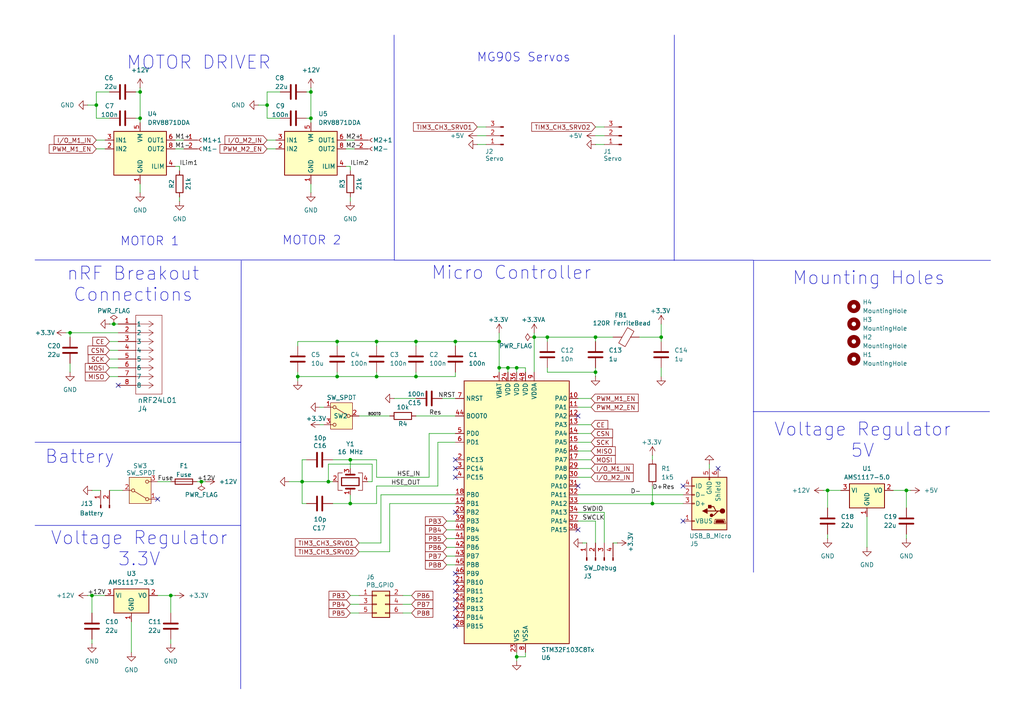
<source format=kicad_sch>
(kicad_sch (version 20250114) (generator "eeschema") (generator_version "9.0")
  (paper "A4")
  (text "MOTOR 1" (at 43.434 70.104 0) (effects (font (size 2.54 2.54))))
  (text "MOTOR DRIVER" (at 57.658 18.288 0) (effects (font (size 3.81 3.81))))
  (text "Voltage Regulator\n5V" (at 250.19 127.762 0) (effects (font (size 3.81 3.81))))
  (text "Mounting Holes" (at 251.968 80.772 0) (effects (font (size 3.81 3.81))))
  (text "MOTOR 2" (at 90.424 69.85 0) (effects (font (size 2.54 2.54))))
  (text "nRF Breakout\nConnections" (at 38.608 82.55 0) (effects (font (size 3.81 3.81))))
  (text "MG90S Servos" (at 151.892 16.764 0) (effects (font (size 2.54 2.54))))
  (text "Battery" (at 23.114 132.588 0) (effects (font (size 3.81 3.81))))
  (text "Voltage Regulator\n3.3V" (at 40.386 159.258 0) (effects (font (size 3.81 3.81))))
  (text "Micro Controller" (at 148.336 79.248 0) (effects (font (size 3.81 3.81))))
  (junction (at 95.25 139.7))
  (junction (at 97.79 109.22))
  (junction (at 86.36 109.22))
  (junction (at 101.6 146.05))
  (junction (at 40.64 26.67))
  (junction (at 144.78 106.68))
  (junction (at 77.47 30.48))
  (junction (at 26.67 172.72))
  (junction (at 172.72 97.79))
  (junction (at 158.75 97.79))
  (junction (at 97.79 99.06))
  (junction (at 120.65 99.06))
  (junction (at 132.08 99.06))
  (junction (at 189.23 146.05))
  (junction (at 120.65 109.22))
  (junction (at 109.22 99.06))
  (junction (at 262.89 142.24))
  (junction (at 240.03 142.24))
  (junction (at 147.32 106.68))
  (junction (at 101.6 133.35))
  (junction (at 144.78 99.06))
  (junction (at 149.86 190.5))
  (junction (at 27.94 30.48))
  (junction (at 154.94 97.79))
  (junction (at 90.17 26.67))
  (junction (at 33.02 93.98))
  (junction (at 40.64 34.29))
  (junction (at 149.86 106.68))
  (junction (at 49.53 172.72))
  (junction (at 87.63 139.7))
  (junction (at 20.32 96.52))
  (junction (at 90.17 34.29))
  (junction (at 172.72 107.95))
  (junction (at 58.42 139.7))
  (junction (at 191.77 97.79))
  (junction (at 109.22 109.22))
  (no_connect (at 132.08 181.61))
  (no_connect (at 198.12 151.13))
  (no_connect (at 132.08 133.35))
  (no_connect (at 132.08 138.43))
  (no_connect (at 132.08 148.59))
  (no_connect (at 208.28 135.89))
  (no_connect (at 167.64 153.67))
  (no_connect (at 132.08 171.45))
  (no_connect (at 198.12 140.97))
  (no_connect (at 132.08 168.91))
  (no_connect (at 132.08 166.37))
  (no_connect (at 132.08 176.53))
  (no_connect (at 132.08 135.89))
  (no_connect (at 167.64 120.65))
  (no_connect (at 132.08 173.99))
  (no_connect (at 45.72 144.78))
  (no_connect (at 132.08 179.07))
  (no_connect (at 34.29 111.76))
  (no_connect (at 167.64 140.97))
  (wire (pts (xy 77.47 43.18) (xy 80.01 43.18)))
  (wire (pts (xy 31.75 93.98) (xy 33.02 93.98)))
  (polyline (pts (xy 69.85 128.27) (xy 69.9545 75.5996)))
  (wire (pts (xy 39.37 26.67) (xy 40.64 26.67)))
  (wire (pts (xy 113.03 120.65) (xy 104.14 120.65)))
  (wire (pts (xy 25.4 172.72) (xy 26.67 172.72)))
  (wire (pts (xy 167.64 146.05) (xy 189.23 146.05)))
  (wire (pts (xy 189.23 146.05) (xy 198.12 146.05)))
  (wire (pts (xy 26.67 142.24) (xy 29.21 142.24)))
  (wire (pts (xy 172.72 151.13) (xy 172.72 157.48)))
  (wire (pts (xy 132.08 99.06) (xy 144.78 99.06)))
  (polyline (pts (xy 10.16 75.4031) (xy 114.3626 75.4031)))
  (wire (pts (xy 26.67 172.72) (xy 26.67 177.8)))
  (wire (pts (xy 107.95 134.62) (xy 95.25 134.62)))
  (wire (pts (xy 109.22 133.35) (xy 101.6 133.35)))
  (wire (pts (xy 259.08 142.24) (xy 262.89 142.24)))
  (polyline (pts (xy 218.7261 75.5117) (xy 287.3061 75.5117)))
  (wire (pts (xy 167.64 115.57) (xy 171.45 115.57)))
  (wire (pts (xy 27.94 34.29) (xy 31.75 34.29)))
  (wire (pts (xy 50.8 48.26) (xy 52.07 48.26)))
  (wire (pts (xy 167.64 118.11) (xy 171.45 118.11)))
  (wire (pts (xy 109.22 146.05) (xy 109.22 140.97)))
  (wire (pts (xy 39.37 34.29) (xy 40.64 34.29)))
  (polyline (pts (xy 10.16 128.27) (xy 69.85 128.27)))
  (wire (pts (xy 167.64 135.89) (xy 171.45 135.89)))
  (wire (pts (xy 149.86 106.68) (xy 149.86 107.95)))
  (wire (pts (xy 167.64 130.81) (xy 171.45 130.81)))
  (wire (pts (xy 20.32 105.41) (xy 20.32 107.95)))
  (wire (pts (xy 240.03 156.21) (xy 240.03 154.94)))
  (wire (pts (xy 31.75 99.06) (xy 34.29 99.06)))
  (wire (pts (xy 92.71 123.19) (xy 93.98 123.19)))
  (wire (pts (xy 172.72 39.37) (xy 175.26 39.37)))
  (wire (pts (xy 27.94 26.67) (xy 27.94 30.48)))
  (wire (pts (xy 109.22 99.06) (xy 120.65 99.06)))
  (wire (pts (xy 77.47 40.64) (xy 80.01 40.64)))
  (wire (pts (xy 109.22 138.43) (xy 124.46 138.43)))
  (wire (pts (xy 49.53 186.69) (xy 49.53 185.42)))
  (wire (pts (xy 172.72 41.91) (xy 175.26 41.91)))
  (polyline (pts (xy 69.814 199.7826) (xy 69.85 128.27)))
  (wire (pts (xy 185.42 97.79) (xy 191.77 97.79)))
  (wire (pts (xy 109.22 138.43) (xy 109.22 133.35)))
  (wire (pts (xy 101.6 57.15) (xy 101.6 58.42)))
  (wire (pts (xy 87.63 139.7) (xy 95.25 139.7)))
  (wire (pts (xy 101.6 48.26) (xy 101.6 49.53)))
  (wire (pts (xy 149.86 190.5) (xy 149.86 191.77)))
  (wire (pts (xy 119.38 177.8) (xy 116.84 177.8)))
  (wire (pts (xy 120.65 109.22) (xy 109.22 109.22)))
  (wire (pts (xy 205.74 134.62) (xy 205.74 135.89)))
  (wire (pts (xy 152.4 189.23) (xy 152.4 190.5)))
  (wire (pts (xy 83.82 139.7) (xy 87.63 139.7)))
  (wire (pts (xy 262.89 156.21) (xy 262.89 154.94)))
  (wire (pts (xy 127 140.97) (xy 127 128.27)))
  (wire (pts (xy 58.42 139.7) (xy 57.15 139.7)))
  (wire (pts (xy 97.79 107.95) (xy 97.79 109.22)))
  (wire (pts (xy 167.64 125.73) (xy 171.45 125.73)))
  (wire (pts (xy 240.03 142.24) (xy 243.84 142.24)))
  (wire (pts (xy 74.93 30.48) (xy 77.47 30.48)))
  (wire (pts (xy 77.47 26.67) (xy 81.28 26.67)))
  (wire (pts (xy 40.64 26.67) (xy 40.64 34.29)))
  (wire (pts (xy 26.67 172.72) (xy 30.48 172.72)))
  (wire (pts (xy 87.63 133.35) (xy 88.9 133.35)))
  (wire (pts (xy 97.79 99.06) (xy 109.22 99.06)))
  (wire (pts (xy 101.6 143.51) (xy 101.6 146.05)))
  (wire (pts (xy 52.07 57.15) (xy 52.07 58.42)))
  (wire (pts (xy 31.75 101.6) (xy 34.29 101.6)))
  (wire (pts (xy 53.34 40.64) (xy 50.8 40.64)))
  (wire (pts (xy 158.75 106.68) (xy 158.75 107.95)))
  (wire (pts (xy 77.47 30.48) (xy 77.47 34.29)))
  (wire (pts (xy 132.08 107.95) (xy 132.08 109.22)))
  (polyline (pts (xy 10.16 152.4) (xy 69.85 152.4)))
  (wire (pts (xy 154.94 97.79) (xy 154.94 107.95)))
  (wire (pts (xy 149.86 106.68) (xy 152.4 106.68)))
  (wire (pts (xy 86.36 107.95) (xy 86.36 109.22)))
  (wire (pts (xy 238.76 142.24) (xy 240.03 142.24)))
  (wire (pts (xy 20.32 96.52) (xy 34.29 96.52)))
  (wire (pts (xy 92.71 118.11) (xy 93.98 118.11)))
  (wire (pts (xy 86.36 99.06) (xy 97.79 99.06)))
  (wire (pts (xy 191.77 106.68) (xy 191.77 109.22)))
  (wire (pts (xy 191.77 93.98) (xy 191.77 97.79)))
  (wire (pts (xy 189.23 132.08) (xy 189.23 133.35)))
  (wire (pts (xy 129.54 156.21) (xy 132.08 156.21)))
  (polyline (pts (xy 195.546 75.5741) (xy 195.58 10.16)))
  (wire (pts (xy 264.16 142.24) (xy 262.89 142.24)))
  (wire (pts (xy 86.36 109.22) (xy 86.36 110.49)))
  (wire (pts (xy 120.65 99.06) (xy 120.65 100.33)))
  (wire (pts (xy 86.36 100.33) (xy 86.36 99.06)))
  (wire (pts (xy 27.94 30.48) (xy 27.94 34.29)))
  (wire (pts (xy 147.32 106.68) (xy 147.32 107.95)))
  (wire (pts (xy 132.08 143.51) (xy 110.49 143.51)))
  (wire (pts (xy 25.4 30.48) (xy 27.94 30.48)))
  (wire (pts (xy 102.87 43.18) (xy 100.33 43.18)))
  (wire (pts (xy 191.77 97.79) (xy 191.77 99.06)))
  (wire (pts (xy 167.64 133.35) (xy 171.45 133.35)))
  (wire (pts (xy 172.72 36.83) (xy 175.26 36.83)))
  (wire (pts (xy 167.64 138.43) (xy 171.45 138.43)))
  (wire (pts (xy 158.75 107.95) (xy 172.72 107.95)))
  (wire (pts (xy 120.65 99.06) (xy 132.08 99.06)))
  (wire (pts (xy 107.95 139.7) (xy 107.95 134.62)))
  (wire (pts (xy 172.72 97.79) (xy 158.75 97.79)))
  (wire (pts (xy 49.53 172.72) (xy 49.53 177.8)))
  (wire (pts (xy 127 128.27) (xy 132.08 128.27)))
  (wire (pts (xy 53.34 43.18) (xy 50.8 43.18)))
  (wire (pts (xy 40.64 25.4) (xy 40.64 26.67)))
  (wire (pts (xy 129.54 153.67) (xy 132.08 153.67)))
  (wire (pts (xy 97.79 99.06) (xy 97.79 100.33)))
  (wire (pts (xy 172.72 107.95) (xy 172.72 106.68)))
  (wire (pts (xy 95.25 139.7) (xy 96.52 139.7)))
  (wire (pts (xy 96.52 146.05) (xy 101.6 146.05)))
  (wire (pts (xy 38.1 180.34) (xy 38.1 189.23)))
  (wire (pts (xy 158.75 97.79) (xy 154.94 97.79)))
  (wire (pts (xy 120.65 107.95) (xy 120.65 109.22)))
  (wire (pts (xy 31.75 106.68) (xy 34.29 106.68)))
  (wire (pts (xy 101.6 177.8) (xy 104.14 177.8)))
  (wire (pts (xy 172.72 99.06) (xy 172.72 97.79)))
  (wire (pts (xy 240.03 142.24) (xy 240.03 147.32)))
  (wire (pts (xy 172.72 97.79) (xy 177.8 97.79)))
  (wire (pts (xy 101.6 175.26) (xy 104.14 175.26)))
  (wire (pts (xy 144.78 99.06) (xy 144.78 106.68)))
  (wire (pts (xy 129.54 161.29) (xy 132.08 161.29)))
  (wire (pts (xy 119.38 175.26) (xy 116.84 175.26)))
  (wire (pts (xy 100.33 48.26) (xy 101.6 48.26)))
  (wire (pts (xy 97.79 109.22) (xy 86.36 109.22)))
  (wire (pts (xy 167.64 151.13) (xy 172.72 151.13)))
  (wire (pts (xy 40.64 34.29) (xy 40.64 35.56)))
  (wire (pts (xy 88.9 34.29) (xy 90.17 34.29)))
  (wire (pts (xy 77.47 26.67) (xy 77.47 30.48)))
  (wire (pts (xy 95.25 134.62) (xy 95.25 139.7)))
  (wire (pts (xy 158.75 97.79) (xy 158.75 99.06)))
  (wire (pts (xy 152.4 190.5) (xy 149.86 190.5)))
  (wire (pts (xy 138.43 39.37) (xy 140.97 39.37)))
  (wire (pts (xy 87.63 146.05) (xy 88.9 146.05)))
  (wire (pts (xy 87.63 139.7) (xy 87.63 146.05)))
  (wire (pts (xy 109.22 109.22) (xy 97.79 109.22)))
  (wire (pts (xy 20.32 96.52) (xy 20.32 97.79)))
  (wire (pts (xy 149.86 189.23) (xy 149.86 190.5)))
  (wire (pts (xy 27.94 43.18) (xy 30.48 43.18)))
  (wire (pts (xy 177.8 157.48) (xy 179.07 157.48)))
  (wire (pts (xy 88.9 26.67) (xy 90.17 26.67)))
  (wire (pts (xy 144.78 106.68) (xy 147.32 106.68)))
  (wire (pts (xy 31.75 104.14) (xy 34.29 104.14)))
  (polyline (pts (xy 218.44 119.38) (xy 287.02 119.38)))
  (wire (pts (xy 90.17 25.4) (xy 90.17 26.67)))
  (wire (pts (xy 107.95 139.7) (xy 106.68 139.7)))
  (wire (pts (xy 102.87 40.64) (xy 100.33 40.64)))
  (wire (pts (xy 167.64 148.59) (xy 175.26 148.59)))
  (polyline (pts (xy 114.3538 75.4577) (xy 218.5564 75.4577)))
  (wire (pts (xy 87.63 133.35) (xy 87.63 139.7)))
  (wire (pts (xy 109.22 140.97) (xy 127 140.97)))
  (wire (pts (xy 189.23 140.97) (xy 189.23 146.05)))
  (wire (pts (xy 128.27 115.57) (xy 132.08 115.57)))
  (wire (pts (xy 132.08 120.65) (xy 120.65 120.65)))
  (wire (pts (xy 101.6 146.05) (xy 109.22 146.05)))
  (wire (pts (xy 50.8 172.72) (xy 49.53 172.72)))
  (wire (pts (xy 114.3 115.57) (xy 120.65 115.57)))
  (wire (pts (xy 26.67 186.69) (xy 26.67 185.42)))
  (wire (pts (xy 110.49 157.48) (xy 104.14 157.48)))
  (wire (pts (xy 109.22 99.06) (xy 109.22 100.33)))
  (wire (pts (xy 124.46 125.73) (xy 124.46 138.43)))
  (polyline (pts (xy 218.5435 165.9764) (xy 218.5651 75.4895)))
  (wire (pts (xy 77.47 34.29) (xy 81.28 34.29)))
  (wire (pts (xy 262.89 142.24) (xy 262.89 147.32)))
  (wire (pts (xy 132.08 109.22) (xy 120.65 109.22)))
  (wire (pts (xy 90.17 34.29) (xy 90.17 35.56)))
  (wire (pts (xy 144.78 106.68) (xy 144.78 107.95)))
  (wire (pts (xy 132.08 125.73) (xy 124.46 125.73)))
  (wire (pts (xy 113.03 146.05) (xy 132.08 146.05)))
  (polyline (pts (xy 114.3626 75.4031) (xy 114.3 10.16)))
  (wire (pts (xy 175.26 148.59) (xy 175.26 157.48)))
  (wire (pts (xy 33.02 93.98) (xy 34.29 93.98)))
  (wire (pts (xy 96.52 133.35) (xy 101.6 133.35)))
  (wire (pts (xy 52.07 48.26) (xy 52.07 49.53)))
  (wire (pts (xy 147.32 106.68) (xy 149.86 106.68)))
  (wire (pts (xy 27.94 26.67) (xy 31.75 26.67)))
  (wire (pts (xy 49.53 139.7) (xy 45.72 139.7)))
  (wire (pts (xy 132.08 99.06) (xy 132.08 100.33)))
  (wire (pts (xy 138.43 36.83) (xy 140.97 36.83)))
  (wire (pts (xy 90.17 26.67) (xy 90.17 34.29)))
  (wire (pts (xy 129.54 163.83) (xy 132.08 163.83)))
  (wire (pts (xy 144.78 96.52) (xy 144.78 99.06)))
  (wire (pts (xy 59.69 139.7) (xy 58.42 139.7)))
  (wire (pts (xy 40.64 53.34) (xy 40.64 55.88)))
  (wire (pts (xy 19.05 96.52) (xy 20.32 96.52)))
  (wire (pts (xy 45.72 172.72) (xy 49.53 172.72)))
  (wire (pts (xy 167.64 143.51) (xy 198.12 143.51)))
  (wire (pts (xy 167.64 128.27) (xy 171.45 128.27)))
  (wire (pts (xy 35.56 142.24) (xy 31.75 142.24)))
  (wire (pts (xy 101.6 172.72) (xy 104.14 172.72)))
  (wire (pts (xy 154.94 96.52) (xy 154.94 97.79)))
  (wire (pts (xy 104.14 160.02) (xy 113.03 160.02)))
  (wire (pts (xy 110.49 143.51) (xy 110.49 157.48)))
  (wire (pts (xy 129.54 151.13) (xy 132.08 151.13)))
  (wire (pts (xy 31.75 109.22) (xy 34.29 109.22)))
  (wire (pts (xy 129.54 158.75) (xy 132.08 158.75)))
  (wire (pts (xy 109.22 107.95) (xy 109.22 109.22)))
  (wire (pts (xy 138.43 41.91) (xy 140.97 41.91)))
  (wire (pts (xy 172.72 107.95) (xy 172.72 109.22)))
  (wire (pts (xy 170.18 157.48) (xy 168.91 157.48)))
  (wire (pts (xy 27.94 40.64) (xy 30.48 40.64)))
  (wire (pts (xy 119.38 172.72) (xy 116.84 172.72)))
  (wire (pts (xy 152.4 106.68) (xy 152.4 107.95)))
  (wire (pts (xy 251.46 149.86) (xy 251.46 158.75)))
  (wire (pts (xy 90.17 53.34) (xy 90.17 55.88)))
  (wire (pts (xy 113.03 160.02) (xy 113.03 146.05)))
  (wire (pts (xy 167.64 123.19) (xy 171.45 123.19)))
  (wire (pts (xy 101.6 133.35) (xy 101.6 135.89)))
  (label "HSE_OUT" (at 121.92 140.97 180))
  (label "Res" (at 124.46 120.65 0))
  (label "Fuse" (at 45.72 139.7 0))
  (label "SWCLK" (at 168.91 151.13 0))
  (label "+12V" (at 25.4 172.72 0))
  (label "ILim1" (at 52.07 48.26 0))
  (label "BOOT0" (at 106.68 120.65 0) (effects (font (size 0.762 0.762))))
  (label "D-" (at 182.88 143.51 0))
  (label "+12V" (at 57.15 139.7 0))
  (label "M1-" (at 50.8 43.18 0))
  (label "SWDIO" (at 168.91 148.59 0))
  (label "D+Res" (at 189.23 142.24 0))
  (label "NRST" (at 132.08 115.57 180))
  (label "ILim2" (at 101.6 48.26 0))
  (label "M2+" (at 100.33 40.64 0))
  (label "HSE_IN" (at 121.92 138.43 180))
  (label "M2-" (at 100.33 43.18 0))
  (label "M1+" (at 50.8 40.64 0))
  (global_label "PB5" (shape input) (at 101.6 177.8 180) (property "Intersheetrefs" "${INTERSHEET_REFS}" (effects (hide yes))))
  (global_label "I{slash}O_M2_IN" (shape input) (at 171.45 138.43 0) (property "Intersheetrefs" "${INTERSHEET_REFS}" (effects (hide yes))))
  (global_label "I{slash}O_M1_IN" (shape input) (at 171.45 135.89 0) (property "Intersheetrefs" "${INTERSHEET_REFS}" (effects (hide yes))))
  (global_label "I{slash}O_M2_IN" (shape input) (at 77.47 40.64 180) (property "Intersheetrefs" "${INTERSHEET_REFS}" (effects (hide yes))))
  (global_label "PWM_M1_EN" (shape input) (at 27.94 43.18 180) (property "Intersheetrefs" "${INTERSHEET_REFS}" (effects (hide yes))))
  (global_label "PB3" (shape input) (at 129.54 151.13 180) (property "Intersheetrefs" "${INTERSHEET_REFS}" (effects (hide yes))))
  (global_label "MISO" (shape input) (at 171.45 130.81 0) (property "Intersheetrefs" "${INTERSHEET_REFS}" (effects (hide yes))))
  (global_label "MISO" (shape input) (at 31.75 109.22 180) (property "Intersheetrefs" "${INTERSHEET_REFS}" (effects (hide yes))))
  (global_label "PB8" (shape input) (at 119.38 177.8 0) (property "Intersheetrefs" "${INTERSHEET_REFS}" (effects (hide yes))))
  (global_label "I{slash}O_M1_IN" (shape input) (at 27.94 40.64 180) (property "Intersheetrefs" "${INTERSHEET_REFS}" (effects (hide yes))))
  (global_label "CE" (shape input) (at 171.45 123.19 0) (property "Intersheetrefs" "${INTERSHEET_REFS}" (effects (hide yes))))
  (global_label "SCK" (shape input) (at 31.75 104.14 180) (property "Intersheetrefs" "${INTERSHEET_REFS}" (effects (hide yes))))
  (global_label "PB3" (shape input) (at 101.6 172.72 180) (property "Intersheetrefs" "${INTERSHEET_REFS}" (effects (hide yes))))
  (global_label "PB8" (shape input) (at 129.54 163.83 180) (property "Intersheetrefs" "${INTERSHEET_REFS}" (effects (hide yes))))
  (global_label "PB6" (shape input) (at 119.38 172.72 0) (property "Intersheetrefs" "${INTERSHEET_REFS}" (effects (hide yes))))
  (global_label "CSN" (shape input) (at 31.75 101.6 180) (property "Intersheetrefs" "${INTERSHEET_REFS}" (effects (hide yes))))
  (global_label "CSN" (shape input) (at 171.45 125.73 0) (property "Intersheetrefs" "${INTERSHEET_REFS}" (effects (hide yes))))
  (global_label "PWM_M2_EN" (shape input) (at 77.47 43.18 180) (property "Intersheetrefs" "${INTERSHEET_REFS}" (effects (hide yes))))
  (global_label "PB5" (shape input) (at 129.54 156.21 180) (property "Intersheetrefs" "${INTERSHEET_REFS}" (effects (hide yes))))
  (global_label "TIM3_CH3_SRVO2" (shape input) (at 104.14 160.02 180) (property "Intersheetrefs" "${INTERSHEET_REFS}" (effects (hide yes))))
  (global_label "PB6" (shape input) (at 129.54 158.75 180) (property "Intersheetrefs" "${INTERSHEET_REFS}" (effects (hide yes))))
  (global_label "TIM3_CH3_SRVO2" (shape input) (at 172.72 36.83 180) (property "Intersheetrefs" "${INTERSHEET_REFS}" (effects (hide yes))))
  (global_label "PB7" (shape input) (at 129.54 161.29 180) (property "Intersheetrefs" "${INTERSHEET_REFS}" (effects (hide yes))))
  (global_label "PB4" (shape input) (at 101.6 175.26 180) (property "Intersheetrefs" "${INTERSHEET_REFS}" (effects (hide yes))))
  (global_label "PB4" (shape input) (at 129.54 153.67 180) (property "Intersheetrefs" "${INTERSHEET_REFS}" (effects (hide yes))))
  (global_label "MOSI" (shape input) (at 31.75 106.68 180) (property "Intersheetrefs" "${INTERSHEET_REFS}" (effects (hide yes))))
  (global_label "SCK" (shape input) (at 171.45 128.27 0) (property "Intersheetrefs" "${INTERSHEET_REFS}" (effects (hide yes))))
  (global_label "MOSI" (shape input) (at 171.45 133.35 0) (property "Intersheetrefs" "${INTERSHEET_REFS}" (effects (hide yes))))
  (global_label "PWM_M1_EN" (shape input) (at 171.45 115.57 0) (property "Intersheetrefs" "${INTERSHEET_REFS}" (effects (hide yes))))
  (global_label "CE" (shape input) (at 31.75 99.06 180) (property "Intersheetrefs" "${INTERSHEET_REFS}" (effects (hide yes))))
  (global_label "TIM3_CH3_SRVO1" (shape input) (at 138.43 36.83 180) (property "Intersheetrefs" "${INTERSHEET_REFS}" (effects (hide yes))))
  (global_label "PB7" (shape input) (at 119.38 175.26 0) (property "Intersheetrefs" "${INTERSHEET_REFS}" (effects (hide yes))))
  (global_label "TIM3_CH3_SRVO1" (shape input) (at 104.14 157.48 180) (property "Intersheetrefs" "${INTERSHEET_REFS}" (effects (hide yes))))
  (global_label "PWM_M2_EN" (shape input) (at 171.45 118.11 0) (property "Intersheetrefs" "${INTERSHEET_REFS}" (effects (hide yes))))
  (symbol (lib_id "Device:C") (at 86.36 104.14 0) (unit 1)
    (property "Reference" "C5" (at 90.17 102.8699 0) (effects (justify left)))
    (property "Value" "10u" (at 90.17 105.4099 0) (effects (justify left)))
    (property "Footprint" "Capacitor_SMD:C_0603_1608Metric" (effects (hide yes)))
    (property "Description" "Unpolarized capacitor" (effects (hide yes)))
  )
  (symbol (lib_id "Device:Fuse") (at 53.34 139.7 90) (unit 1)
    (property "Reference" "F1" (at 53.34 135.128 90))
    (property "Value" "Fuse" (at 53.34 137.668 90))
    (property "Footprint" "Fuse:Fuse_0603_1608Metric" (effects (hide yes)))
    (property "Description" "Fuse" (effects (hide yes)))
  )
  (symbol (lib_id "power:+3.3V") (at 191.77 93.98 0) (unit 1)
    (property "Reference" "#PWR028" (effects (hide yes)))
    (property "Value" "+3.3V" (at 191.516 90.17 0))
    (property "Description" "Power symbol creates a global label with name \"+3.3V\"" (effects (hide yes)))
  )
  (symbol (lib_id "power:PWR_FLAG") (at 154.94 97.79 90) (unit 1)
    (property "Reference" "#FLG02" (effects (hide yes)))
    (property "Value" "PWR_FLAG" (at 154.432 100.33 90) (effects (justify left)))
    (property "Description" "Special symbol for telling ERC where power comes from" (effects (hide yes)))
  )
  (symbol (lib_id "Connector:Conn_01x02_Pin") (at 29.21 147.32 90) (unit 1)
    (property "Reference" "J13" (at 23.368 146.05 90) (effects (justify right)))
    (property "Value" "Battery" (at 23.114 148.844 90) (effects (justify right)))
    (property "Footprint" "Connector_AMASS:AMASS_XT30U-F_1x02_P5.0mm_Vertical" (effects (hide yes)))
    (property "Description" "Generic connector, single row, 01x02, script generated" (effects (hide yes)))
  )
  (symbol (lib_id "B8B-PHDSS:B8B-PHDSSLFSN") (at 34.29 93.98 0) (unit 1)
    (property "Reference" "J4" (at 39.878 118.618 0) (effects (font (size 1.524 1.524)) (justify left)))
    (property "Value" "nRF24L01" (at 39.878 116.078 0) (effects (font (size 1.524 1.524)) (justify left)))
    (property "Footprint" "JSTConnectors:CONN_B8B-PHDSS_JST" (effects (hide yes)))
    (property "Datasheet" "B8B-PHDSSLFSN" (effects (hide yes)))
  )
  (symbol (lib_id "power:GND") (at 168.91 157.48 270) (unit 1)
    (property "Reference" "#PWR035" (effects (hide yes)))
    (property "Value" "GND" (effects (hide yes)))
    (property "Description" "Power symbol creates a global label with name \"GND\" , ground" (effects (hide yes)))
  )
  (symbol (lib_id "power:GND") (at 149.86 191.77 0) (unit 1)
    (property "Reference" "#PWR013" (effects (hide yes)))
    (property "Value" "GND" (effects (hide yes)))
    (property "Description" "Power symbol creates a global label with name \"GND\" , ground" (effects (hide yes)))
  )
  (symbol (lib_id "power:+3.3V") (at 92.71 123.19 90) (unit 1)
    (property "Reference" "#PWR012" (effects (hide yes)))
    (property "Value" "+3.3V" (at 91.694 121.412 90))
    (property "Description" "Power symbol creates a global label with name \"+3.3V\"" (effects (hide yes)))
  )
  (symbol (lib_id "power:PWR_FLAG") (at 58.42 139.7 180) (unit 1)
    (property "Reference" "#FLG01" (effects (hide yes)))
    (property "Value" "PWR_FLAG" (at 58.42 143.51 0))
    (property "Description" "Special symbol for telling ERC where power comes from" (effects (hide yes)))
  )
  (symbol (lib_id "Device:C") (at 240.03 151.13 0) (unit 1)
    (property "Reference" "C18" (at 243.84 149.8599 0) (effects (justify left)))
    (property "Value" "22u" (at 243.84 152.3999 0) (effects (justify left)))
    (property "Footprint" "Capacitor_SMD:C_0603_1608Metric" (effects (hide yes)))
    (property "Description" "Unpolarized capacitor" (effects (hide yes)))
  )
  (symbol (lib_id "Device:R") (at 116.84 120.65 90) (mirror x) (unit 1)
    (property "Reference" "R4" (at 116.84 122.936 90))
    (property "Value" "10k" (at 116.84 118.11 90))
    (property "Footprint" "Resistor_SMD:R_0603_1608Metric" (effects (hide yes)))
    (property "Description" "Resistor" (effects (hide yes)))
  )
  (symbol (lib_id "power:GND") (at 114.3 115.57 270) (unit 1)
    (property "Reference" "#PWR014" (effects (hide yes)))
    (property "Value" "GND" (effects (hide yes)))
    (property "Description" "Power symbol creates a global label with name \"GND\" , ground" (effects (hide yes)))
  )
  (symbol (lib_id "Device:C") (at 92.71 133.35 90) (unit 1)
    (property "Reference" "C16" (at 94.742 129.286 90) (effects (justify left)))
    (property "Value" "10p" (at 94.742 127 90) (effects (justify left)))
    (property "Footprint" "Capacitor_SMD:C_0402_1005Metric" (effects (hide yes)))
    (property "Description" "Unpolarized capacitor" (effects (hide yes)))
  )
  (symbol (lib_id "power:GND") (at 205.74 134.62 180) (unit 1)
    (property "Reference" "#PWR039" (effects (hide yes)))
    (property "Value" "GND" (effects (hide yes)))
    (property "Description" "Power symbol creates a global label with name \"GND\" , ground" (effects (hide yes)))
  )
  (symbol (lib_name "+12V_1") (lib_id "power:+12V") (at 59.69 139.7 270) (unit 1)
    (property "Reference" "#PWR021" (effects (hide yes)))
    (property "Value" "+12V" (at 63.5 139.6999 90) (effects (justify left)))
    (property "Description" "Power symbol creates a global label with name \"+12V\"" (effects (hide yes)))
  )
  (symbol (lib_name "+12V_1") (lib_id "power:+12V") (at 40.64 25.4 0) (unit 1)
    (property "Reference" "#PWR05" (effects (hide yes)))
    (property "Value" "+12V" (at 40.64 20.32 0))
    (property "Description" "Power symbol creates a global label with name \"+12V\"" (effects (hide yes)))
  )
  (symbol (lib_id "power:GND") (at 40.64 55.88 0) (unit 1)
    (property "Reference" "#PWR04" (effects (hide yes)))
    (property "Value" "GND" (at 40.64 60.96 0))
    (property "Description" "Power symbol creates a global label with name \"GND\" , ground" (effects (hide yes)))
  )
  (symbol (lib_id "power:GND") (at 92.71 118.11 270) (unit 1)
    (property "Reference" "#PWR08" (effects (hide yes)))
    (property "Value" "GND" (effects (hide yes)))
    (property "Description" "Power symbol creates a global label with name \"GND\" , ground" (effects (hide yes)))
  )
  (symbol (lib_id "Mechanical:MountingHole") (at 247.65 93.98 0) (unit 1) (in_bom no)
    (property "Reference" "H3" (at 250.19 92.7099 0) (effects (justify left)))
    (property "Value" "MountingHole" (at 250.19 95.2499 0) (effects (justify left)))
    (property "Footprint" "MountingHole:MountingHole_3mm" (effects (hide yes)))
    (property "Description" "Mounting Hole without connection" (effects (hide yes)))
  )
  (symbol (lib_id "power:PWR_FLAG") (at 33.02 93.98 0) (unit 1)
    (property "Reference" "#FLG03" (effects (hide yes)))
    (property "Value" "PWR_FLAG" (at 33.02 90.17 0))
    (property "Description" "Special symbol for telling ERC where power comes from" (effects (hide yes)))
  )
  (symbol (lib_id "power:GND") (at 191.77 109.22 0) (unit 1)
    (property "Reference" "#PWR029" (effects (hide yes)))
    (property "Value" "GND" (effects (hide yes)))
    (property "Description" "Power symbol creates a global label with name \"GND\" , ground" (effects (hide yes)))
  )
  (symbol (lib_id "power:GND") (at 52.07 58.42 0) (unit 1)
    (property "Reference" "#PWR018" (effects (hide yes)))
    (property "Value" "GND" (at 52.07 63.5 0))
    (property "Description" "Power symbol creates a global label with name \"GND\" , ground" (effects (hide yes)))
  )
  (symbol (lib_id "power:GND") (at 90.17 55.88 0) (unit 1)
    (property "Reference" "#PWR07" (effects (hide yes)))
    (property "Value" "GND" (at 90.17 60.96 0))
    (property "Description" "Power symbol creates a global label with name \"GND\" , ground" (effects (hide yes)))
  )
  (symbol (lib_id "Device:R") (at 52.07 53.34 180) (unit 1)
    (property "Reference" "R2" (at 49.784 53.34 90))
    (property "Value" "21k" (at 54.61 53.34 90))
    (property "Footprint" "Resistor_SMD:R_0603_1608Metric" (effects (hide yes)))
    (property "Description" "Resistor" (effects (hide yes)))
  )
  (symbol (lib_id "Mechanical:MountingHole") (at 247.65 99.06 0) (unit 1) (in_bom no)
    (property "Reference" "H2" (at 250.19 97.7899 0) (effects (justify left)))
    (property "Value" "MountingHole" (at 250.19 100.3299 0) (effects (justify left)))
    (property "Footprint" "MountingHole:MountingHole_3mm" (effects (hide yes)))
    (property "Description" "Mounting Hole without connection" (effects (hide yes)))
  )
  (symbol (lib_name "+12V_1") (lib_id "power:+12V") (at 19.05 96.52 90) (unit 1)
    (property "Reference" "#PWR01" (effects (hide yes)))
    (property "Value" "+3.3V" (at 16.002 96.52 90) (effects (justify left)))
    (property "Description" "Power symbol creates a global label with name \"+12V\"" (effects (hide yes)))
  )
  (symbol (lib_id "power:+3V3") (at 50.8 172.72 270) (unit 1)
    (property "Reference" "#PWR017" (effects (hide yes)))
    (property "Value" "+3.3V" (at 54.61 172.7199 90) (effects (justify left)))
    (property "Description" "Power symbol creates a global label with name \"+3V3\"" (effects (hide yes)))
  )
  (symbol (lib_id "Connector:Conn_01x04_Pin") (at 172.72 162.56 90) (unit 1)
    (property "Reference" "J3" (at 170.434 167.132 90))
    (property "Value" "SW_Debug" (at 174.117 164.719 90))
    (property "Footprint" "Connector_JST:JST_XH_B4B-XH-A_1x04_P2.50mm_Vertical" (effects (hide yes)))
    (property "Description" "Generic connector, single row, 01x04, script generated" (effects (hide yes)))
  )
  (symbol (lib_id "power:GND") (at 38.1 189.23 0) (unit 1)
    (property "Reference" "#PWR015" (effects (hide yes)))
    (property "Value" "GND" (at 38.1 194.31 0))
    (property "Description" "Power symbol creates a global label with name \"GND\" , ground" (effects (hide yes)))
  )
  (symbol (lib_id "power:GND") (at 251.46 158.75 0) (unit 1)
    (property "Reference" "#PWR026" (effects (hide yes)))
    (property "Value" "GND" (at 251.46 163.83 0))
    (property "Description" "Power symbol creates a global label with name \"GND\" , ground" (effects (hide yes)))
  )
  (symbol (lib_id "MCU_ST_STM32F1:STM32F103C8Tx") (at 149.86 148.59 0) (unit 1)
    (property "Reference" "U6" (at 156.972 190.754 0) (effects (justify left)))
    (property "Value" "STM32F103C8Tx" (at 156.972 188.468 0) (effects (justify left)))
    (property "Footprint" "Package_QFP:LQFP-48_7x7mm_P0.5mm" (effects (hide yes)))
    (property "Datasheet" "https://www.st.com/resource/en/datasheet/stm32f103c8.pdf" (effects (hide yes)))
    (property "Description" "STMicroelectronics Arm Cortex-M3 MCU, 64KB flash, 20KB RAM, 72 MHz, 2.0-3.6V, 37 GPIO, LQFP48" (effects (hide yes)))
  )
  (symbol (lib_id "power:GND") (at 262.89 156.21 0) (unit 1)
    (property "Reference" "#PWR030" (effects (hide yes)))
    (property "Value" "GND" (at 262.89 161.29 0))
    (property "Description" "Power symbol creates a global label with name \"GND\" , ground" (effects (hide yes)))
  )
  (symbol (lib_id "power:+3.3V") (at 179.07 157.48 270) (unit 1)
    (property "Reference" "#PWR034" (effects (hide yes)))
    (property "Value" "+3.3V" (at 182.88 157.226 0))
    (property "Description" "Power symbol creates a global label with name \"+3.3V\"" (effects (hide yes)))
  )
  (symbol (lib_id "power:+3.3V") (at 154.94 96.52 0) (unit 1)
    (property "Reference" "#PWR09" (effects (hide yes)))
    (property "Value" "+3.3VA" (at 154.686 92.71 0))
    (property "Description" "Power symbol creates a global label with name \"+3.3V\"" (effects (hide yes)))
  )
  (symbol (lib_id "Mechanical:MountingHole") (at 247.65 88.9 0) (unit 1) (in_bom no)
    (property "Reference" "H4" (at 250.19 87.6299 0) (effects (justify left)))
    (property "Value" "MountingHole" (at 250.19 90.1699 0) (effects (justify left)))
    (property "Footprint" "MountingHole:MountingHole_3mm" (effects (hide yes)))
    (property "Description" "Mounting Hole without connection" (effects (hide yes)))
  )
  (symbol (lib_id "Device:C") (at 132.08 104.14 0) (unit 1)
    (property "Reference" "C1" (at 135.89 102.8699 0) (effects (justify left)))
    (property "Value" "100n" (at 135.89 105.4099 0) (effects (justify left)))
    (property "Footprint" "Capacitor_SMD:C_0402_1005Metric" (effects (hide yes)))
    (property "Description" "Unpolarized capacitor" (effects (hide yes)))
  )
  (symbol (lib_id "Device:C") (at 109.22 104.14 0) (unit 1)
    (property "Reference" "C3" (at 113.03 102.8699 0) (effects (justify left)))
    (property "Value" "100n" (at 113.03 105.4099 0) (effects (justify left)))
    (property "Footprint" "Capacitor_SMD:C_0402_1005Metric" (effects (hide yes)))
    (property "Description" "Unpolarized capacitor" (effects (hide yes)))
  )
  (symbol (lib_id "Device:C") (at 172.72 102.87 0) (unit 1)
    (property "Reference" "C13" (at 176.53 101.5999 0) (effects (justify left)))
    (property "Value" "1u" (at 176.53 104.1399 0) (effects (justify left)))
    (property "Footprint" "Capacitor_SMD:C_0603_1608Metric" (effects (hide yes)))
    (property "Description" "Unpolarized capacitor" (effects (hide yes)))
  )
  (symbol (lib_id "Device:FerriteBead") (at 181.61 97.79 270) (unit 1)
    (property "Reference" "FB1" (at 180.086 91.44 90))
    (property "Value" "120R FerriteBead" (at 180.34 93.726 90))
    (property "Footprint" "Zesti:BEADC1608X95N" (effects (hide yes)))
    (property "Description" "Ferrite bead" (effects (hide yes)))
  )
  (symbol (lib_id "Device:R") (at 101.6 53.34 180) (unit 1)
    (property "Reference" "R3" (at 99.314 53.34 90))
    (property "Value" "21k" (at 104.14 53.34 90))
    (property "Footprint" "Resistor_SMD:R_0603_1608Metric" (effects (hide yes)))
    (property "Description" "Resistor" (effects (hide yes)))
  )
  (symbol (lib_name "+12V_1") (lib_id "power:+12V") (at 25.4 172.72 90) (unit 1)
    (property "Reference" "#PWR022" (effects (hide yes)))
    (property "Value" "+12V" (at 21.59 172.7199 90) (effects (justify left)))
    (property "Description" "Power symbol creates a global label with name \"+12V\"" (effects (hide yes)))
  )
  (symbol (lib_id "Driver_Motor:DRV8871DDA") (at 90.17 43.18 0) (unit 1)
    (property "Reference" "U5" (at 92.3133 33.02 0) (effects (justify left)))
    (property "Value" "DRV8871DDA" (at 92.3133 35.56 0) (effects (justify left)))
    (property "Footprint" "Package_SO:Texas_HTSOP-8-1EP_3.9x4.9mm_P1.27mm_EP2.95x4.9mm_Mask2.4x3.1mm_ThermalVias" (effects (hide yes)))
    (property "Datasheet" "http://www.ti.com/lit/ds/symlink/drv8871.pdf" (effects (hide yes)))
    (property "Description" "Brushed DC Motor Driver, PWM Control, 45V, 3.6A, Current limiting, HTSOP-8" (effects (hide yes)))
  )
  (symbol (lib_id "Device:C") (at 120.65 104.14 0) (unit 1)
    (property "Reference" "C2" (at 124.46 102.8699 0) (effects (justify left)))
    (property "Value" "100n" (at 124.46 105.4099 0) (effects (justify left)))
    (property "Footprint" "Capacitor_SMD:C_0402_1005Metric" (effects (hide yes)))
    (property "Description" "Unpolarized capacitor" (effects (hide yes)))
  )
  (symbol (lib_id "Device:C") (at 158.75 102.87 0) (unit 1)
    (property "Reference" "C12" (at 162.56 101.5999 0) (effects (justify left)))
    (property "Value" "10n" (at 162.56 104.1399 0) (effects (justify left)))
    (property "Footprint" "Capacitor_SMD:C_0603_1608Metric" (effects (hide yes)))
    (property "Description" "Unpolarized capacitor" (effects (hide yes)))
  )
  (symbol (lib_id "Connector:Conn_01x02_Socket") (at 58.42 40.64 0) (unit 1)
    (property "Reference" "M1+1" (at 58.674 40.64 0) (effects (justify left)))
    (property "Value" "M1-" (at 58.674 43.18 0) (effects (justify left)))
    (property "Footprint" "Connector_JST:JST_XH_B2B-XH-A_1x02_P2.50mm_Vertical" (effects (hide yes)))
  )
  (symbol (lib_id "Connector:Conn_01x03_Pin") (at 146.05 39.37 180) (unit 1)
    (property "Reference" "J2" (at 140.716 43.942 0) (effects (justify right)))
    (property "Value" "Servo" (at 140.716 45.974 0) (effects (justify right)))
    (property "Footprint" "Connector_JST:JST_XH_B3B-XH-A_1x03_P2.50mm_Vertical" (effects (hide yes)))
    (property "Description" "Generic connector, single row, 01x03, script generated" (effects (hide yes)))
  )
  (symbol (lib_id "power:GND") (at 101.6 58.42 0) (unit 1)
    (property "Reference" "#PWR019" (effects (hide yes)))
    (property "Value" "GND" (at 101.6 63.5 0))
    (property "Description" "Power symbol creates a global label with name \"GND\" , ground" (effects (hide yes)))
  )
  (symbol (lib_id "power:GND") (at 138.43 41.91 270) (unit 1)
    (property "Reference" "#PWR037" (effects (hide yes)))
    (property "Value" "GND" (effects (hide yes)))
    (property "Description" "Power symbol creates a global label with name \"GND\" , ground" (effects (hide yes)))
  )
  (symbol (lib_id "power:+3V3") (at 138.43 39.37 90) (unit 1)
    (property "Reference" "#PWR032" (effects (hide yes)))
    (property "Value" "+5V" (at 134.62 39.3699 90) (effects (justify left)))
    (property "Description" "Power symbol creates a global label with name \"+3V3\"" (effects (hide yes)))
  )
  (symbol (lib_id "Device:Crystal_GND24") (at 101.6 139.7 90) (unit 1)
    (property "Reference" "Y1" (at 101.6 128.778 90))
    (property "Value" "16 MHz" (at 101.6 131.064 90))
    (property "Footprint" "Zesti:XTAL_ABM10AIG-16.000MHZ-4Z-T3" (effects (hide yes)))
    (property "Description" "Four pin crystal, GND on pins 2 and 4" (effects (hide yes)))
  )
  (symbol (lib_id "Mechanical:MountingHole") (at 247.65 104.14 0) (unit 1) (in_bom no)
    (property "Reference" "H1" (at 250.19 102.8699 0) (effects (justify left)))
    (property "Value" "MountingHole" (at 250.19 105.4099 0) (effects (justify left)))
    (property "Footprint" "MountingHole:MountingHole_3mm" (effects (hide yes)))
    (property "Description" "Mounting Hole without connection" (effects (hide yes)))
  )
  (symbol (lib_id "Device:C") (at 92.71 146.05 90) (unit 1)
    (property "Reference" "C17" (at 94.488 153.162 90) (effects (justify left)))
    (property "Value" "10p" (at 94.742 150.622 90) (effects (justify left)))
    (property "Footprint" "Capacitor_SMD:C_0402_1005Metric" (effects (hide yes)))
    (property "Description" "Unpolarized capacitor" (effects (hide yes)))
  )
  (symbol (lib_id "Switch:SW_SPDT") (at 99.06 120.65 0) (mirror y) (unit 1)
    (property "Reference" "SW2" (at 98.806 120.65 0))
    (property "Value" "SW_SPDT" (at 99.06 115.316 0))
    (property "Footprint" "Zesti:SPDT_OS102011_CNK" (effects (hide yes)))
    (property "Description" "Switch, single pole double throw" (effects (hide yes)))
  )
  (symbol (lib_id "power:GND") (at 172.72 41.91 270) (unit 1)
    (property "Reference" "#PWR038" (effects (hide yes)))
    (property "Value" "GND" (effects (hide yes)))
    (property "Description" "Power symbol creates a global label with name \"GND\" , ground" (effects (hide yes)))
  )
  (symbol (lib_id "power:GND") (at 83.82 139.7 270) (unit 1)
    (property "Reference" "#PWR036" (effects (hide yes)))
    (property "Value" "GND" (effects (hide yes)))
    (property "Description" "Power symbol creates a global label with name \"GND\" , ground" (effects (hide yes)))
  )
  (symbol (lib_id "Device:C") (at 97.79 104.14 0) (unit 1)
    (property "Reference" "C4" (at 101.6 102.8699 0) (effects (justify left)))
    (property "Value" "100n" (at 101.6 105.4099 0) (effects (justify left)))
    (property "Footprint" "Capacitor_SMD:C_0402_1005Metric" (effects (hide yes)))
    (property "Description" "Unpolarized capacitor" (effects (hide yes)))
  )
  (symbol (lib_name "+12V_1") (lib_id "power:+12V") (at 90.17 25.4 0) (unit 1)
    (property "Reference" "#PWR016" (effects (hide yes)))
    (property "Value" "+12V" (at 90.17 20.32 0))
    (property "Description" "Power symbol creates a global label with name \"+12V\"" (effects (hide yes)))
  )
  (symbol (lib_id "power:GND") (at 26.67 186.69 0) (unit 1)
    (property "Reference" "#PWR023" (effects (hide yes)))
    (property "Value" "GND" (at 26.67 191.77 0))
    (property "Description" "Power symbol creates a global label with name \"GND\" , ground" (effects (hide yes)))
  )
  (symbol (lib_id "Connector:Conn_01x03_Pin") (at 180.34 39.37 180) (unit 1)
    (property "Reference" "J1" (at 175.006 43.942 0) (effects (justify right)))
    (property "Value" "Servo" (at 175.006 45.974 0) (effects (justify right)))
    (property "Footprint" "Connector_JST:JST_XH_B3B-XH-A_1x03_P2.50mm_Vertical" (effects (hide yes)))
    (property "Description" "Generic connector, single row, 01x03, script generated" (effects (hide yes)))
  )
  (symbol (lib_id "Connector_Generic:Conn_02x03_Odd_Even") (at 109.22 175.26 0) (unit 1)
    (property "Reference" "J6" (at 107.442 167.386 0))
    (property "Value" "PB_GPIO" (at 110.236 169.672 0))
    (property "Footprint" "Connector_PinHeader_2.54mm:PinHeader_2x03_P2.54mm_Vertical" (effects (hide yes)))
    (property "Description" "Generic connector, double row, 02x03, odd/even pin numbering scheme (row 1 odd numbers, row 2 even numbers), script generated (kicad-library-utils/schlib/autogen/connector/)" (effects (hide yes)))
  )
  (symbol (lib_id "Device:C") (at 85.09 34.29 90) (unit 1)
    (property "Reference" "C9" (at 81.28 30.734 90))
    (property "Value" "100n" (at 81.28 33.274 90))
    (property "Footprint" "Capacitor_SMD:C_0402_1005Metric" (effects (hide yes)))
    (property "Description" "Unpolarized capacitor" (effects (hide yes)))
  )
  (symbol (lib_id "power:GND") (at 20.32 107.95 0) (unit 1)
    (property "Reference" "#PWR041" (effects (hide yes)))
    (property "Value" "GND" (at 20.32 113.03 0))
    (property "Description" "Power symbol creates a global label with name \"GND\" , ground" (effects (hide yes)))
  )
  (symbol (lib_id "power:GND") (at 74.93 30.48 270) (unit 1)
    (property "Reference" "#PWR06" (effects (hide yes)))
    (property "Value" "GND" (at 71.12 30.4799 90) (effects (justify right)))
    (property "Description" "Power symbol creates a global label with name \"GND\" , ground" (effects (hide yes)))
  )
  (symbol (lib_id "power:+3V3") (at 172.72 39.37 90) (unit 1)
    (property "Reference" "#PWR033" (effects (hide yes)))
    (property "Value" "+5V" (at 168.91 39.3699 90) (effects (justify left)))
    (property "Description" "Power symbol creates a global label with name \"+3V3\"" (effects (hide yes)))
  )
  (symbol (lib_id "power:GND") (at 26.67 142.24 270) (unit 1)
    (property "Reference" "#PWR024" (effects (hide yes)))
    (property "Value" "GND" (effects (hide yes)))
  )
  (symbol (lib_id "Driver_Motor:DRV8871DDA") (at 40.64 43.18 0) (unit 1)
    (property "Reference" "U4" (at 42.7833 33.02 0) (effects (justify left)))
    (property "Value" "DRV8871DDA" (at 42.7833 35.56 0) (effects (justify left)))
    (property "Footprint" "Package_SO:Texas_HTSOP-8-1EP_3.9x4.9mm_P1.27mm_EP2.95x4.9mm_Mask2.4x3.1mm_ThermalVias" (effects (hide yes)))
    (property "Datasheet" "http://www.ti.com/lit/ds/symlink/drv8871.pdf" (effects (hide yes)))
    (property "Description" "Brushed DC Motor Driver, PWM Control, 45V, 3.6A, Current limiting, HTSOP-8" (effects (hide yes)))
  )
  (symbol (lib_id "Device:C") (at 262.89 151.13 0) (unit 1)
    (property "Reference" "C19" (at 256.286 149.86 0) (effects (justify left)))
    (property "Value" "22u" (at 256.286 152.4 0) (effects (justify left)))
    (property "Footprint" "Capacitor_SMD:C_0603_1608Metric" (effects (hide yes)))
    (property "Description" "Unpolarized capacitor" (effects (hide yes)))
  )
  (symbol (lib_id "power:GND") (at 25.4 30.48 270) (unit 1)
    (property "Reference" "#PWR020" (effects (hide yes)))
    (property "Value" "GND" (at 21.59 30.4799 90) (effects (justify right)))
    (property "Description" "Power symbol creates a global label with name \"GND\" , ground" (effects (hide yes)))
  )
  (symbol (lib_id "Device:C") (at 35.56 34.29 90) (unit 1)
    (property "Reference" "C7" (at 31.75 30.734 90))
    (property "Value" "100n" (at 31.75 33.274 90))
    (property "Footprint" "Capacitor_SMD:C_0402_1005Metric" (effects (hide yes)))
    (property "Description" "Unpolarized capacitor" (effects (hide yes)))
  )
  (symbol (lib_id "Regulator_Linear:AMS1117-5.0") (at 251.46 142.24 0) (unit 1)
    (property "Reference" "U1" (at 251.46 135.89 0))
    (property "Value" "AMS1117-5.0" (at 251.46 138.43 0))
    (property "Footprint" "Package_TO_SOT_SMD:SOT-223-3_TabPin2" (effects (hide yes)))
    (property "Datasheet" "http://www.advanced-monolithic.com/pdf/ds1117.pdf" (effects (hide yes)))
    (property "Description" "1A Low Dropout regulator, positive, 5.0V fixed output, SOT-223" (effects (hide yes)))
  )
  (symbol (lib_id "Device:C") (at 124.46 115.57 270) (unit 1)
    (property "Reference" "C15" (at 122.174 116.84 90) (effects (justify right)))
    (property "Value" "100n" (at 123.19 114.3 90) (effects (justify right)))
    (property "Footprint" "Capacitor_SMD:C_0402_1005Metric" (effects (hide yes)))
    (property "Description" "Unpolarized capacitor" (effects (hide yes)))
  )
  (symbol (lib_id "Device:C") (at 35.56 26.67 90) (unit 1)
    (property "Reference" "C6" (at 30.226 22.606 90) (effects (justify right)))
    (property "Value" "22u" (at 30.226 25.146 90) (effects (justify right)))
    (property "Footprint" "Capacitor_SMD:C_0603_1608Metric" (effects (hide yes)))
    (property "Description" "Unpolarized capacitor" (effects (hide yes)))
  )
  (symbol (lib_id "Device:C") (at 49.53 181.61 0) (unit 1)
    (property "Reference" "C11" (at 42.926 180.34 0) (effects (justify left)))
    (property "Value" "22u" (at 42.926 182.88 0) (effects (justify left)))
    (property "Footprint" "Capacitor_SMD:C_0603_1608Metric" (effects (hide yes)))
    (property "Description" "Unpolarized capacitor" (effects (hide yes)))
  )
  (symbol (lib_id "power:GND") (at 172.72 109.22 0) (unit 1)
    (property "Reference" "#PWR027" (effects (hide yes)))
    (property "Value" "GND" (effects (hide yes)))
    (property "Description" "Power symbol creates a global label with name \"GND\" , ground" (effects (hide yes)))
  )
  (symbol (lib_id "Switch:SW_SPDT") (at 40.64 142.24 0) (mirror x) (unit 1)
    (property "Reference" "SW3" (at 40.64 135.128 0))
    (property "Value" "SW_SPDT" (at 40.894 137.16 0))
    (property "Footprint" "Zesti:SPDT_OS102011_CNK" (effects (hide yes)))
    (property "Description" "Switch, single pole double throw" (effects (hide yes)))
  )
  (symbol (lib_id "power:+3V3") (at 264.16 142.24 270) (unit 1)
    (property "Reference" "#PWR031" (effects (hide yes)))
    (property "Value" "+5V" (at 267.97 142.2399 90) (effects (justify left)))
    (property "Description" "Power symbol creates a global label with name \"+3V3\"" (effects (hide yes)))
  )
  (symbol (lib_id "power:GND") (at 86.36 110.49 0) (unit 1)
    (property "Reference" "#PWR0101" (effects (hide yes)))
    (property "Value" "GND" (effects (hide yes)))
    (property "Description" "Power symbol creates a global label with name \"GND\" , ground" (effects (hide yes)))
  )
  (symbol (lib_id "power:+3.3V") (at 189.23 132.08 0) (unit 1)
    (property "Reference" "#PWR040" (effects (hide yes)))
    (property "Value" "+3.3V" (at 188.976 128.27 0))
    (property "Description" "Power symbol creates a global label with name \"+3.3V\"" (effects (hide yes)))
  )
  (symbol (lib_id "Device:R") (at 189.23 137.16 0) (unit 1)
    (property "Reference" "R1" (at 191.77 135.8899 0) (effects (justify left)))
    (property "Value" "1k5" (at 191.77 138.4299 0) (effects (justify left)))
    (property "Footprint" "Resistor_SMD:R_0603_1608Metric" (effects (hide yes)))
    (property "Description" "Resistor" (effects (hide yes)))
  )
  (symbol (lib_id "Device:C") (at 26.67 181.61 0) (unit 1)
    (property "Reference" "C10" (at 30.48 180.3399 0) (effects (justify left)))
    (property "Value" "22u" (at 30.48 182.8799 0) (effects (justify left)))
    (property "Footprint" "Capacitor_SMD:C_0603_1608Metric" (effects (hide yes)))
    (property "Description" "Unpolarized capacitor" (effects (hide yes)))
  )
  (symbol (lib_id "power:+3.3V") (at 144.78 96.52 0) (unit 1)
    (property "Reference" "#PWR03" (effects (hide yes)))
    (property "Value" "+3.3V" (at 144.526 92.71 0))
    (property "Description" "Power symbol creates a global label with name \"+3.3V\"" (effects (hide yes)))
  )
  (symbol (lib_id "power:GND") (at 240.03 156.21 0) (unit 1)
    (property "Reference" "#PWR011" (effects (hide yes)))
    (property "Value" "GND" (at 240.03 161.29 0))
    (property "Description" "Power symbol creates a global label with name \"GND\" , ground" (effects (hide yes)))
  )
  (symbol (lib_id "power:GND") (at 49.53 186.69 0) (unit 1)
    (property "Reference" "#PWR025" (effects (hide yes)))
    (property "Value" "GND" (at 49.53 191.77 0))
    (property "Description" "Power symbol creates a global label with name \"GND\" , ground" (effects (hide yes)))
  )
  (symbol (lib_name "+12V_1") (lib_id "power:+12V") (at 238.76 142.24 90) (unit 1)
    (property "Reference" "#PWR010" (effects (hide yes)))
    (property "Value" "+12V" (at 234.95 142.2399 90) (effects (justify left)))
    (property "Description" "Power symbol creates a global label with name \"+12V\"" (effects (hide yes)))
  )
  (symbol (lib_id "Device:C") (at 20.32 101.6 0) (unit 1)
    (property "Reference" "C20" (at 13.716 100.33 0) (effects (justify left)))
    (property "Value" "22u" (at 13.716 102.87 0) (effects (justify left)))
    (property "Footprint" "Capacitor_SMD:C_0603_1608Metric" (effects (hide yes)))
    (property "Description" "Unpolarized capacitor" (effects (hide yes)))
  )
  (symbol (lib_id "Device:C") (at 85.09 26.67 90) (unit 1)
    (property "Reference" "C8" (at 79.756 22.606 90) (effects (justify right)))
    (property "Value" "22u" (at 79.756 25.146 90) (effects (justify right)))
    (property "Footprint" "Capacitor_SMD:C_0603_1608Metric" (effects (hide yes)))
    (property "Description" "Unpolarized capacitor" (effects (hide yes)))
  )
  (symbol (lib_id "Regulator_Linear:AMS1117-3.3") (at 38.1 172.72 0) (unit 1)
    (property "Reference" "U3" (at 38.1 166.37 0))
    (property "Value" "AMS1117-3.3" (at 38.1 168.91 0))
    (property "Footprint" "Package_TO_SOT_SMD:SOT-223-3_TabPin2" (effects (hide yes)))
    (property "Datasheet" "http://www.advanced-monolithic.com/pdf/ds1117.pdf" (effects (hide yes)))
    (property "Description" "1A Low Dropout regulator, positive, 3.3V fixed output, SOT-223" (effects (hide yes)))
  )
  (symbol (lib_id "Connector:Conn_01x02_Socket") (at 107.95 40.64 0) (unit 1)
    (property "Reference" "M2+1" (at 108.204 40.64 0) (effects (justify left)))
    (property "Value" "M2-" (at 108.204 43.18 0) (effects (justify left)))
    (property "Footprint" "Connector_JST:JST_XH_B2B-XH-A_1x02_P2.50mm_Vertical" (effects (hide yes)))
  )
  (symbol (lib_id "power:GND") (at 31.75 93.98 270) (unit 1)
    (property "Reference" "#PWR02" (effects (hide yes)))
    (property "Value" "GND" (effects (hide yes)))
  )
  (symbol (lib_id "Connector:USB_B_Micro") (at 205.74 146.05 180) (unit 1)
    (property "Reference" "J5" (at 200.152 157.734 0) (effects (justify right)))
    (property "Value" "USB_B_Micro" (at 199.898 155.4479 0) (effects (justify right)))
    (property "Footprint" "USB-B-Micro:AMPHENOL_10118192-0002LF" (effects (hide yes)))
    (property "Description" "USB Micro Type B connector" (effects (hide yes)))
  )
  (symbol (lib_id "Device:C") (at 191.77 102.87 0) (unit 1)
    (property "Reference" "C14" (at 195.58 101.5999 0) (effects (justify left)))
    (property "Value" "1u" (at 195.58 104.1399 0) (effects (justify left)))
    (property "Footprint" "Capacitor_SMD:C_0603_1608Metric" (effects (hide yes)))
    (property "Description" "Unpolarized capacitor" (effects (hide yes)))
  )
)
</source>
